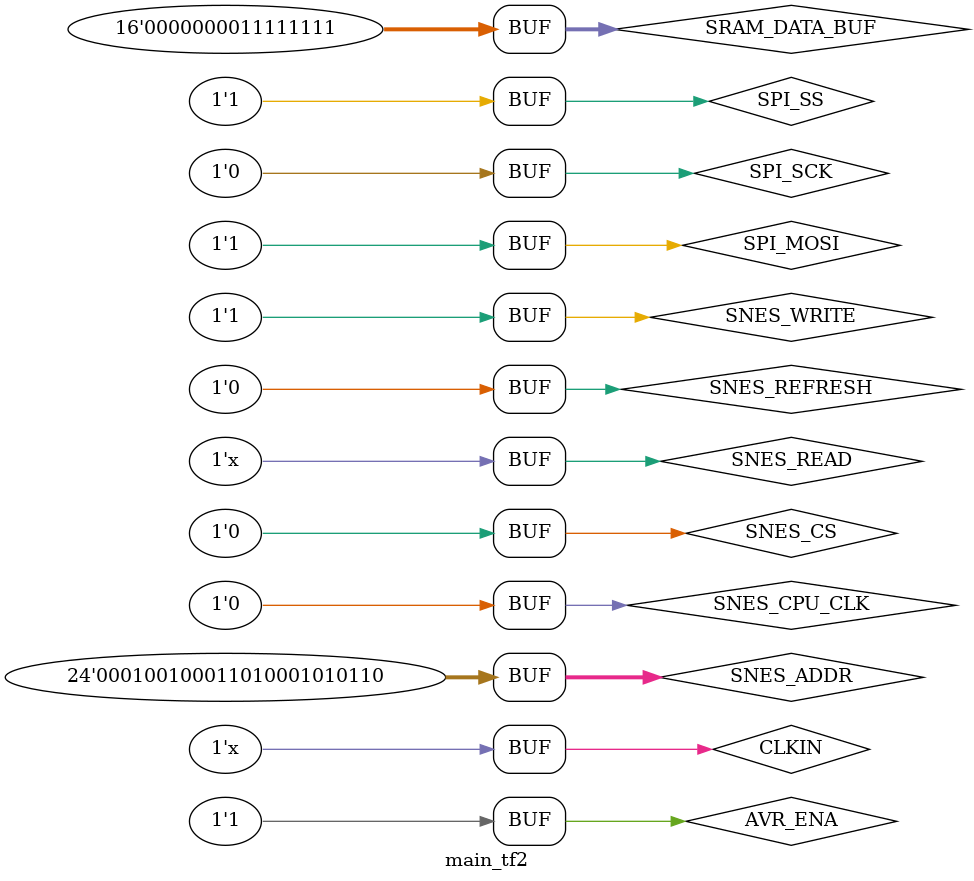
<source format=v>
`timescale 1ns / 1ps


module main_tf2;

	// Inputs
	reg CLKIN;
	reg [23:0] SNES_ADDR;
	reg SNES_READ;
	reg SNES_WRITE;
	reg SNES_CS;
	reg SNES_CPU_CLK;
	reg SNES_REFRESH;
	reg SPI_MOSI;
	reg SPI_SS;
	reg SPI_SCK;
	reg AVR_ENA;

	// Outputs
	wire SNES_DATABUS_OE;
	wire SNES_DATABUS_DIR;
	wire [19:0] SRAM_ADDR;
	wire [3:0] ROM_SEL;
	wire SRAM_OE;
	wire SRAM_WE;
	wire SPI_MISO;
	wire MODE;
	wire SPI_LSB;
   wire SRAM_BHE;
   wire SRAM_BLE;
   
	// Bidirs
	wire [7:0] SNES_DATA;
	wire SNES_IRQ;
	wire [15:0] SRAM_DATA;

   reg [15:0] SRAM_DATA_BUF;
	// Instantiate the Unit Under Test (UUT)
	main uut (
		.CLKIN(CLKIN), 
		.SNES_ADDR(SNES_ADDR), 
		.SNES_READ(SNES_READ), 
		.SNES_WRITE(SNES_WRITE), 
		.SNES_CS(SNES_CS), 
		.SNES_DATA(SNES_DATA), 
		.SNES_CPU_CLK(SNES_CPU_CLK), 
		.SNES_REFRESH(SNES_REFRESH), 
		.SNES_IRQ(SNES_IRQ),
      .IRQ_DIR(IRQ_DIR),
		.SNES_DATABUS_OE(SNES_DATABUS_OE), 
		.SNES_DATABUS_DIR(SNES_DATABUS_DIR), 
		.SRAM_DATA(SRAM_DATA), 
		.SRAM_ADDR(SRAM_ADDR), 
		.SRAM_CE2(ROM_SEL), 
		.SRAM_OE(SRAM_OE), 
		.SRAM_WE(SRAM_WE), 
		.SPI_MOSI(SPI_MOSI), 
		.SPI_MISO(SPI_MISO), 
		.SPI_SS(SPI_SS), 
		.SPI_SCK(SPI_SCK), 
		.AVR_ENA(AVR_ENA), 
      .SRAM_BHE(SRAM_BHE),
      .SRAM_BLE(SRAM_BLE)
	);

	initial begin
		// Initialize Inputs
		CLKIN = 0;
		SNES_ADDR = 0;
		SNES_READ = 1;
		SNES_WRITE = 1;
		SNES_CS = 0;
		SNES_CPU_CLK = 0;
		SNES_REFRESH = 0;
		SPI_MOSI = 0;
		SPI_SS = 1;
		SPI_SCK = 0;
		AVR_ENA = 0;

		// Wait 100 ns for global reset to finish
		#100;
      // Wait for DCM to stabilize
      #5000;
		// Add stimulus here
		// Add stimulus here
      SPI_SS = 0;
      SPI_MOSI=0;
      #100 SPI_SCK=1;
      #100 SPI_SCK=0;
      SPI_MOSI=0;
      #100 SPI_SCK=1;
      #100 SPI_SCK=0;
      SPI_MOSI=0;
      #100 SPI_SCK=1;
      #100 SPI_SCK=0;
      SPI_MOSI=0;
      #100 SPI_SCK=1;
      #100 SPI_SCK=0;
      SPI_MOSI=0;
      #100 SPI_SCK=1;
      #100 SPI_SCK=0;
      SPI_MOSI=0;
      #100 SPI_SCK=1;
      #100 SPI_SCK=0;
      SPI_MOSI=0;
      #100 SPI_SCK=1;
      #100 SPI_SCK=0;
      SPI_MOSI=0;
      #100 SPI_SCK=1;
      #100 SPI_SCK=0;
      #200;

      SPI_MOSI=0;
      #100 SPI_SCK=1;
      #100 SPI_SCK=0;
      SPI_MOSI=1;
      #100 SPI_SCK=1;
      #100 SPI_SCK=0;
      SPI_MOSI=1;
      #100 SPI_SCK=1;
      #100 SPI_SCK=0;
      SPI_MOSI=0;
      #100 SPI_SCK=1;
      #100 SPI_SCK=0;
      SPI_MOSI=0;
      #100 SPI_SCK=1;
      #100 SPI_SCK=0;
      SPI_MOSI=1;
      #100 SPI_SCK=1;
      #100 SPI_SCK=0;
      SPI_MOSI=0;
      #100 SPI_SCK=1;
      #100 SPI_SCK=0;
      SPI_MOSI=0;
      #100 SPI_SCK=1;
      #100 SPI_SCK=0;
      #200;

      SPI_MOSI=1;
      #100 SPI_SCK=1;
      #100 SPI_SCK=0;
      SPI_MOSI=0;
      #100 SPI_SCK=1;
      #100 SPI_SCK=0;
      SPI_MOSI=1;
      #100 SPI_SCK=1;
      #100 SPI_SCK=0;
      SPI_MOSI=0;
      #100 SPI_SCK=1;
      #100 SPI_SCK=0;
      SPI_MOSI=0;
      #100 SPI_SCK=1;
      #100 SPI_SCK=0;
      SPI_MOSI=1;
      #100 SPI_SCK=1;
      #100 SPI_SCK=0;
      SPI_MOSI=1;
      #100 SPI_SCK=1;
      #100 SPI_SCK=0;
      SPI_MOSI=1;
      #100 SPI_SCK=1;
      #100 SPI_SCK=0;
      #100 SPI_SS=1;
      #200;
      SPI_SS=0;
      SPI_MOSI=1;
      #100 SPI_SCK=1;
      #100 SPI_SCK=0;
      SPI_MOSI=0;
      #100 SPI_SCK=1;
      #100 SPI_SCK=0;
      SPI_MOSI=0;
      #100 SPI_SCK=1;
      #100 SPI_SCK=0;
      SPI_MOSI=1;
      #100 SPI_SCK=1;
      #100 SPI_SCK=0;
      SPI_MOSI=1;
      #100 SPI_SCK=1;
      #100 SPI_SCK=0;
      SPI_MOSI=1;
      #100 SPI_SCK=1;
      #100 SPI_SCK=0;
      SPI_MOSI=1;
      #100 SPI_SCK=1;
      #100 SPI_SCK=0;
      SPI_MOSI=1;
      #100 SPI_SCK=1;
      #100 SPI_SCK=0;
      #200;
      SPI_SS=0;
      SPI_MOSI=1;
      #100 SPI_SCK=1;
      #100 SPI_SCK=0;
      SPI_MOSI=0;
      #100 SPI_SCK=1;
      #100 SPI_SCK=0;
      SPI_MOSI=1;
      #100 SPI_SCK=1;
      #100 SPI_SCK=0;
      SPI_MOSI=0;
      #100 SPI_SCK=1;
      #100 SPI_SCK=0;
      SPI_MOSI=1;
      #100 SPI_SCK=1;
      #100 SPI_SCK=0;
      SPI_MOSI=0;
      #100 SPI_SCK=1;
      #100 SPI_SCK=0;
      SPI_MOSI=1;
      #100 SPI_SCK=1;
      #100 SPI_SCK=0;
      SPI_MOSI=0;
      #100 SPI_SCK=1;
      #100 SPI_SCK=0;
      #200;
      SPI_MOSI=0;
      #100 SPI_SCK=1;
      #100 SPI_SCK=0;
      SPI_MOSI=1;
      #100 SPI_SCK=1;
      #100 SPI_SCK=0;
      SPI_MOSI=0;
      #100 SPI_SCK=1;
      #100 SPI_SCK=0;
      SPI_MOSI=1;
      #100 SPI_SCK=1;
      #100 SPI_SCK=0;
      SPI_MOSI=0;
      #100 SPI_SCK=1;
      #100 SPI_SCK=0;
      SPI_MOSI=1;
      #100 SPI_SCK=1;
      #100 SPI_SCK=0;
      SPI_MOSI=0;
      #100 SPI_SCK=1;
      #100 SPI_SCK=0;
      SPI_MOSI=1;
      #100 SPI_SCK=1;
      #100 SPI_SCK=0;
      #200;
      SPI_MOSI=0;
      #100 SPI_SCK=1;
      #100 SPI_SCK=0;      
      SPI_MOSI=0;
      #100 SPI_SCK=1;
      #100 SPI_SCK=0;      
      SPI_MOSI=0;
      #100 SPI_SCK=1;
      #100 SPI_SCK=0;      
      SPI_MOSI=0;
      #100 SPI_SCK=1;
      #100 SPI_SCK=0;      
      SPI_MOSI=0;
      #100 SPI_SCK=1;
      #100 SPI_SCK=0;      
      SPI_MOSI=0;
      #100 SPI_SCK=1;
      #100 SPI_SCK=0;      
      SPI_MOSI=0;
      #100 SPI_SCK=1;
      #100 SPI_SCK=0;      
      SPI_MOSI=0;
      #100 SPI_SCK=1;
      #100 SPI_SCK=0;      
      #200;
      #100 SPI_SS=1;
      #200;
      SPI_SS=0;
      SPI_MOSI=0;
      #100 SPI_SCK=1;
      #100 SPI_SCK=0;      
      SPI_MOSI=0;
      #100 SPI_SCK=1;
      #100 SPI_SCK=0;      
      SPI_MOSI=1;
      #100 SPI_SCK=1;
      #100 SPI_SCK=0;      
      SPI_MOSI=1;
      #100 SPI_SCK=1;
      #100 SPI_SCK=0;      
      SPI_MOSI=0;
      #100 SPI_SCK=1;
      #100 SPI_SCK=0;      
      SPI_MOSI=0;
      #100 SPI_SCK=1;
      #100 SPI_SCK=0;      
      SPI_MOSI=0;
      #100 SPI_SCK=1;
      #100 SPI_SCK=0;      
      SPI_MOSI=1;
      #100 SPI_SCK=1;
      #100 SPI_SCK=0;      
      #200;
      SPI_SS=1;
      #200;
      
      /*
       * READ TEST
       */
       AVR_ENA=1;
      SPI_SS=0;
      SPI_MOSI=1;
      #100 SPI_SCK=1;
      #100 SPI_SCK=0;      
      SPI_MOSI=0;
      #100 SPI_SCK=1;
      #100 SPI_SCK=0;      
      SPI_MOSI=0;
      #100 SPI_SCK=1;
      #100 SPI_SCK=0;      
      SPI_MOSI=0;
      #100 SPI_SCK=1;
      #100 SPI_SCK=0;      
      SPI_MOSI=0;
      #100 SPI_SCK=1;
      #100 SPI_SCK=0;      
      SPI_MOSI=0;
      #100 SPI_SCK=1;
      #100 SPI_SCK=0;      
      SPI_MOSI=0;
      #100 SPI_SCK=1;
      #100 SPI_SCK=0;      
      SPI_MOSI=1;
      #100 SPI_SCK=1;
      #100 SPI_SCK=0;      
      #100;
      #100;
      SPI_MOSI=0;
      #100 SPI_SCK=1;
      #100 SPI_SCK=0;
      SPI_MOSI=0;
      #100 SPI_SCK=1;
      #100 SPI_SCK=0;      
      SPI_MOSI=0;
      #100 SPI_SCK=1;
      #100 SPI_SCK=0;      
      SPI_MOSI=0;
      #100 SPI_SCK=1;
      #100 SPI_SCK=0;      
      SPI_MOSI=0;
      #100 SPI_SCK=1;
      #100 SPI_SCK=0;      
      SPI_MOSI=0;
      #100 SPI_SCK=1;
      #100 SPI_SCK=0;      
      SPI_MOSI=0;
      #100 SPI_SCK=1;
      #100 SPI_SCK=0;      
      SPI_MOSI=0;
      #100 SPI_SCK=1;
      #100 SPI_SCK=0;      
      #200;
      SPI_MOSI=0;
      #100 SPI_SCK=1;
      #100 SPI_SCK=0;      
      SPI_MOSI=0;
      #100 SPI_SCK=1;
      #100 SPI_SCK=0;      
      SPI_MOSI=0;
      #100 SPI_SCK=1;
      #100 SPI_SCK=0;      
      SPI_MOSI=0;
      #100 SPI_SCK=1;
      #100 SPI_SCK=0;      
      SPI_MOSI=0;
      #100 SPI_SCK=1;
      #100 SPI_SCK=0;      
      SPI_MOSI=0;
      #100 SPI_SCK=1;
      #100 SPI_SCK=0;      
      SPI_MOSI=0;
      #100 SPI_SCK=1;
      #100 SPI_SCK=0;      
      SPI_MOSI=0;
      #100 SPI_SCK=1;
      #100 SPI_SCK=0;      
      #200;
      SPI_SS=1;
      #300;
      SPI_SS=0;
      SPI_MOSI=1;
      #100 SPI_SCK=1;
      #100 SPI_SCK=0;      
      SPI_MOSI=0;
      #100 SPI_SCK=1;
      #100 SPI_SCK=0;      
      SPI_MOSI=0;
      #100 SPI_SCK=1;
      #100 SPI_SCK=0;      
      SPI_MOSI=0;
      #100 SPI_SCK=1;
      #100 SPI_SCK=0;      
      SPI_MOSI=0;
      #100 SPI_SCK=1;
      #100 SPI_SCK=0;      
      SPI_MOSI=0;
      #100 SPI_SCK=1;
      #100 SPI_SCK=0;      
      SPI_MOSI=0;
      #100 SPI_SCK=1;
      #100 SPI_SCK=0;      
      SPI_MOSI=1;
      #100 SPI_SCK=1;
      #100 SPI_SCK=0;      
      #200;
      SPI_MOSI=0;
      #100 SPI_SCK=1;
      #100 SPI_SCK=0;      
      SPI_MOSI=0;
      #100 SPI_SCK=1;
      #100 SPI_SCK=0;      
      SPI_MOSI=0;
      #100 SPI_SCK=1;
      #100 SPI_SCK=0;      
      SPI_MOSI=0;
      #100 SPI_SCK=1;
      #100 SPI_SCK=0;      
      SPI_MOSI=0;
      #100 SPI_SCK=1;
      #100 SPI_SCK=0;      
      SPI_MOSI=0;
      #100 SPI_SCK=1;
      #100 SPI_SCK=0;      
      SPI_MOSI=0;
      #100 SPI_SCK=1;
      #100 SPI_SCK=0;      
      SPI_MOSI=0;
      #100 SPI_SCK=1;
      #100 SPI_SCK=0;      
      #200;
      SPI_MOSI=0;
      #100 SPI_SCK=1;
      #100 SPI_SCK=0;      
      SPI_MOSI=0;
      #100 SPI_SCK=1;
      #100 SPI_SCK=0;      
      SPI_MOSI=0;
      #100 SPI_SCK=1;
      #100 SPI_SCK=0;      
      SPI_MOSI=0;
      #100 SPI_SCK=1;
      #100 SPI_SCK=0;      
      SPI_MOSI=0;
      #100 SPI_SCK=1;
      #100 SPI_SCK=0;      
      SPI_MOSI=0;
      #100 SPI_SCK=1;
      #100 SPI_SCK=0;      
      SPI_MOSI=0;
      #100 SPI_SCK=1;
      #100 SPI_SCK=0;      
      SPI_MOSI=0;
      #100 SPI_SCK=1;
      #100 SPI_SCK=0;      
      #200;
      SPI_MOSI=0;
      #100 SPI_SCK=1;
      #100 SPI_SCK=0;      
      SPI_MOSI=0;
      #100 SPI_SCK=1;
      #100 SPI_SCK=0;      
      SPI_MOSI=0;
      #100 SPI_SCK=1;
      #100 SPI_SCK=0;      
      SPI_MOSI=0;
      #100 SPI_SCK=1;
      #100 SPI_SCK=0;      
      SPI_MOSI=0;
      #100 SPI_SCK=1;
      #100 SPI_SCK=0;      
      SPI_MOSI=0;
      #100 SPI_SCK=1;
      #100 SPI_SCK=0;      
      SPI_MOSI=0;
      #100 SPI_SCK=1;
      #100 SPI_SCK=0;      
      SPI_MOSI=0;
      #100 SPI_SCK=1;
      #100 SPI_SCK=0;      
      #200;
      SPI_MOSI=0;
      #100 SPI_SCK=1;
      #100 SPI_SCK=0;      
      SPI_MOSI=0;
      #100 SPI_SCK=1;
      #100 SPI_SCK=0;      
      SPI_MOSI=0;
      #100 SPI_SCK=1;
      #100 SPI_SCK=0;      
      SPI_MOSI=0;
      #100 SPI_SCK=1;
      #100 SPI_SCK=0;      
      SPI_MOSI=0;
      #100 SPI_SCK=1;
      #100 SPI_SCK=0;      
      SPI_MOSI=0;
      #100 SPI_SCK=1;
      #100 SPI_SCK=0;      
      SPI_MOSI=0;
      #100 SPI_SCK=1;
      #100 SPI_SCK=0;      
      SPI_MOSI=0;
      #100 SPI_SCK=1;
      #100 SPI_SCK=0;      
      #200;
      SPI_SS=1;
      AVR_ENA=1;
      #280;
  		// Initialize Inputs
		SNES_ADDR = 24'h223456;
		SNES_READ = 1;
		SNES_WRITE = 1;
		SNES_CS = 0;
		AVR_ENA = 1;
      SRAM_DATA_BUF = 8'hff;
		// Wait for global reset to finish
		#276;
      SNES_ADDR <= 24'h123456;
      SNES_READ <= 0;
      #176;
      SNES_READ <= 1;
      #100;      
      SNES_WRITE <= 0;
      #176;
      SNES_WRITE <= 1;
      #100;
      SNES_READ <= 0;
      #276;
//      AVR_READ <= 1;
		// Add stimulus here
      SPI_SS = 0;
      SPI_MOSI=0;
      #100 SPI_SCK=1;
      #100 SPI_SCK=0;
      SPI_MOSI=0;
      #100 SPI_SCK=1;
      #100 SPI_SCK=0;
      SPI_MOSI=0;
      #100 SPI_SCK=1;
      #100 SPI_SCK=0;
      SPI_MOSI=0;
      #100 SPI_SCK=1;
      #100 SPI_SCK=0;
      SPI_MOSI=0;
      #100 SPI_SCK=1;
      #100 SPI_SCK=0;
      SPI_MOSI=0;
      #100 SPI_SCK=1;
      #100 SPI_SCK=0;
      SPI_MOSI=0;
      #100 SPI_SCK=1;
      #100 SPI_SCK=0;
      SPI_MOSI=0;
      #100 SPI_SCK=1;
      #100 SPI_SCK=0;
      #200;

      SPI_MOSI=0;
      #100 SPI_SCK=1;
      #100 SPI_SCK=0;
      SPI_MOSI=0;
      #100 SPI_SCK=1;
      #100 SPI_SCK=0;
      SPI_MOSI=0;
      #100 SPI_SCK=1;
      #100 SPI_SCK=0;
      SPI_MOSI=1;
      #100 SPI_SCK=1;
      #100 SPI_SCK=0;
      SPI_MOSI=0;
      #100 SPI_SCK=1;
      #100 SPI_SCK=0;
      SPI_MOSI=1;
      #100 SPI_SCK=1;
      #100 SPI_SCK=0;
      SPI_MOSI=0;
      #100 SPI_SCK=1;
      #100 SPI_SCK=0;
      SPI_MOSI=0;
      #100 SPI_SCK=1;
      #100 SPI_SCK=0;
      #200;

      SPI_MOSI=1;
      #100 SPI_SCK=1;
      #100 SPI_SCK=0;
      SPI_MOSI=0;
      #100 SPI_SCK=1;
      #100 SPI_SCK=0;
      SPI_MOSI=1;
      #100 SPI_SCK=1;
      #100 SPI_SCK=0;
      SPI_MOSI=0;
      #100 SPI_SCK=1;
      #100 SPI_SCK=0;
      SPI_MOSI=0;
      #100 SPI_SCK=1;
      #100 SPI_SCK=0;
      SPI_MOSI=1;
      #100 SPI_SCK=1;
      #100 SPI_SCK=0;
      SPI_MOSI=1;
      #100 SPI_SCK=1;
      #100 SPI_SCK=0;
      SPI_MOSI=1;
      #100 SPI_SCK=1;
      #100 SPI_SCK=0;
      #100 SPI_SS=1;
      #200;


	end
   always begin
      #23 CLKIN = ~CLKIN;
   end
   always begin
      #150 SNES_READ = ~SNES_READ;
   end
   
endmodule


</source>
